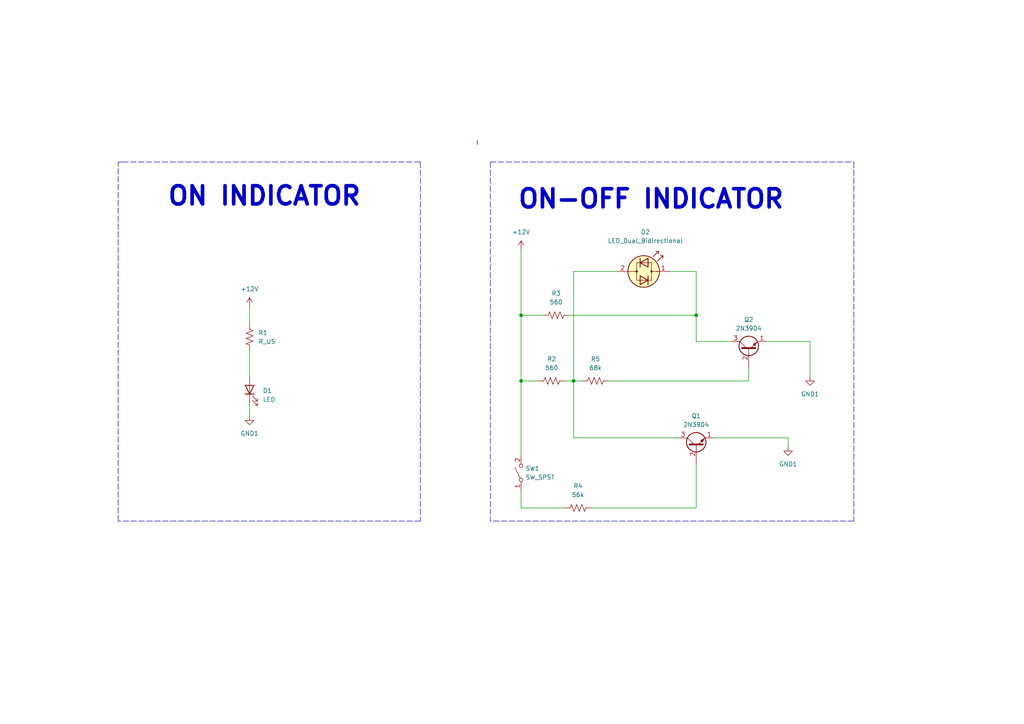
<source format=kicad_sch>
(kicad_sch (version 20211123) (generator eeschema)
  (paper "A4")
  (lib_symbols
    (symbol "Device:LED" (pin_numbers hide) (pin_names (offset 1.016) hide)
      (property "Reference" "D" (at 0 2.54 0))
      (property "Value" "LED" (at 0 -2.54 0))
      (symbol "LED_0_1"
        (polyline (pts (xy -1.27 -1.27) (xy -1.27 1.27)) (stroke (width 0.254)))
        (polyline (pts (xy -1.27 0) (xy 1.27 0)))
        (polyline (pts (xy 1.27 -1.27) (xy 1.27 1.27) (xy -1.27 0) (xy 1.27 -1.27)) (stroke (width 0.254)))
        (polyline (pts (xy -3.048 -0.762) (xy -4.572 -2.286) (xy -3.81 -2.286) (xy -4.572 -2.286) (xy -4.572 -1.524)))
        (polyline (pts (xy -1.778 -0.762) (xy -3.302 -2.286) (xy -2.54 -2.286) (xy -3.302 -2.286) (xy -3.302 -1.524)))
      )
      (symbol "LED_1_1"
        (pin passive line (at -3.81 0 0) (length 2.54) (name "K") (number "1"))
        (pin passive line (at 3.81 0 180) (length 2.54) (name "A") (number "2"))
      )
    )
    (symbol "Device:LED_Dual_Bidirectional" (pin_names (offset 0) hide)
      (property "Reference" "D" (at 0 5.715 0))
      (property "Value" "LED_Dual_Bidirectional" (at 0 -6.35 0))
      (symbol "LED_Dual_Bidirectional_0_1"
        (circle (center -2.032 0) (radius 0.254) (fill (type outline)))
        (polyline (pts (xy -4.572 0) (xy -2.54 0)))
        (polyline (pts (xy -2.032 0) (xy -2.54 0)))
        (polyline (pts (xy -1.016 3.81) (xy -1.016 1.27)) (stroke (width 0.254)))
        (polyline (pts (xy 1.27 -1.27) (xy 1.27 -3.81)) (stroke (width 0.254)))
        (polyline (pts (xy 4.064 0) (xy 2.286 0)) (fill (type outline)))
        (polyline (pts (xy 4.318 5.842) (xy 4.318 5.08)) (stroke (width 0.2032)))
        (polyline (pts (xy 5.588 4.572) (xy 5.588 3.81)) (stroke (width 0.2032)))
        (polyline (pts (xy 2.794 4.318) (xy 4.318 5.842) (xy 3.556 5.842)) (stroke (width 0.2032)))
        (polyline (pts (xy 4.064 3.048) (xy 5.588 4.572) (xy 4.826 4.572)) (stroke (width 0.2032)))
        (polyline (pts (xy -1.016 -1.27) (xy -1.016 -3.81) (xy 1.27 -2.54) (xy -1.016 -1.27)) (stroke (width 0.254)))
        (polyline (pts (xy 1.27 3.81) (xy 1.27 1.27) (xy -1.016 2.54) (xy 1.27 3.81)) (stroke (width 0.254)))
        (polyline (pts (xy 2.286 2.54) (xy -2.032 2.54) (xy -2.032 -2.54) (xy 2.286 -2.54) (xy 2.286 2.54)))
        (circle (center 0 0) (radius 4.572) (stroke (width 0.254)) (fill (type background)))
        (circle (center 2.286 0) (radius 0.254) (fill (type outline)))
      )
      (symbol "LED_Dual_Bidirectional_1_1"
        (pin input line (at 7.62 0 180) (length 3.81) (name "KA") (number "1"))
        (pin input line (at -7.62 0 0) (length 3.048) (name "AK") (number "2"))
      )
    )
    (symbol "Device:R_US" (pin_numbers hide) (pin_names (offset 0))
      (property "Reference" "R" (at 2.54 0 90))
      (property "Value" "R_US" (at -2.54 0 90))
      (symbol "R_US_0_1"
        (polyline (pts (xy 0 -2.286) (xy 0 -2.54)))
        (polyline (pts (xy 0 2.286) (xy 0 2.54)))
        (polyline (pts (xy 0 -0.762) (xy 1.016 -1.143) (xy 0 -1.524) (xy -1.016 -1.905) (xy 0 -2.286)))
        (polyline (pts (xy 0 0.762) (xy 1.016 0.381) (xy 0 0) (xy -1.016 -0.381) (xy 0 -0.762)))
        (polyline (pts (xy 0 2.286) (xy 1.016 1.905) (xy 0 1.524) (xy -1.016 1.143) (xy 0 0.762)))
      )
      (symbol "R_US_1_1"
        (pin passive line (at 0 3.81 270) (length 1.27) (name "~") (number "1"))
        (pin passive line (at 0 -3.81 90) (length 1.27) (name "~") (number "2"))
      )
    )
    (symbol "Switch:SW_SPST" (pin_names (offset 0) hide)
      (property "Reference" "SW" (at 0 3.175 0))
      (property "Value" "SW_SPST" (at 0 -2.54 0))
      (symbol "SW_SPST_0_0"
        (circle (center -2.032 0) (radius 0.508))
        (polyline (pts (xy -1.524 0.254) (xy 1.524 1.778)))
        (circle (center 2.032 0) (radius 0.508))
      )
      (symbol "SW_SPST_1_1"
        (pin passive line (at -5.08 0 0) (length 2.54) (name "A") (number "1"))
        (pin passive line (at 5.08 0 180) (length 2.54) (name "B") (number "2"))
      )
    )
    (symbol "Transistor_BJT:2N3904" (pin_names (offset 0) hide)
      (property "Reference" "Q" (at 5.08 1.905 0))
      (property "Value" "2N3904" (at 5.08 0 0))
      (symbol "2N3904_0_1"
        (polyline (pts (xy 0.635 0.635) (xy 2.54 2.54)))
        (polyline (pts (xy 0.635 -0.635) (xy 2.54 -2.54) (xy 2.54 -2.54)))
        (polyline (pts (xy 0.635 1.905) (xy 0.635 -1.905) (xy 0.635 -1.905)) (stroke (width 0.508)))
        (polyline (pts (xy 1.27 -1.778) (xy 1.778 -1.27) (xy 2.286 -2.286) (xy 1.27 -1.778) (xy 1.27 -1.778)) (fill (type outline)))
        (circle (center 1.27 0) (radius 2.8194) (stroke (width 0.254)))
      )
      (symbol "2N3904_1_1"
        (pin passive line (at 2.54 -5.08 90) (length 2.54) (name "E") (number "1"))
        (pin passive line (at -5.08 0 0) (length 5.715) (name "B") (number "2"))
        (pin passive line (at 2.54 5.08 270) (length 2.54) (name "C") (number "3"))
      )
    )
    (symbol "power:+12V" (power) (pin_names (offset 0))
      (property "Value" "+12V" (at 0 3.556 0))
      (symbol "+12V_0_1"
        (polyline (pts (xy -0.762 1.27) (xy 0 2.54)))
        (polyline (pts (xy 0 0) (xy 0 2.54)))
        (polyline (pts (xy 0 2.54) (xy 0.762 1.27)))
      )
      (symbol "+12V_1_1"
        (pin power_in line (at 0 0 90) (length 0) hide (name "+12V") (number "1"))
      )
    )
    (symbol "power:GND1" (power) (pin_names (offset 0))
      (property "Value" "GND1" (at 0 -3.81 0))
      (symbol "GND1_0_1"
        (polyline (pts (xy 0 0) (xy 0 -1.27) (xy 1.27 -1.27) (xy 0 -2.54) (xy -1.27 -1.27) (xy 0 -1.27)))
      )
      (symbol "GND1_1_1"
        (pin power_in line (at 0 0 270) (length 0) hide (name "GND1") (number "1"))
      )
    )
  )
  (junction (at 151.13 110.49))
  (junction (at 166.37 110.49))
  (junction (at 151.13 91.44))
  (junction (at 201.93 91.44))
  (wire (pts (xy 212.09 99.06) (xy 201.93 99.06)))
  (wire (pts (xy 171.45 147.32) (xy 201.93 147.32)))
  (wire (pts (xy 201.93 78.74) (xy 194.31 78.74)))
  (wire (pts (xy 201.93 99.06) (xy 201.93 91.44)))
  (polyline (pts (xy 35.56 46.99) (xy 121.92 46.99)))
  (wire (pts (xy 207.01 127) (xy 228.6 127)))
  (wire (pts (xy 179.07 78.74) (xy 166.37 78.74)))
  (wire (pts (xy 151.13 110.49) (xy 156.21 110.49)))
  (wire (pts (xy 166.37 110.49) (xy 168.91 110.49)))
  (polyline (pts (xy 142.24 46.99) (xy 247.65 46.99)))
  (wire (pts (xy 72.39 88.9) (xy 72.39 93.98)))
  (wire (pts (xy 234.95 99.06) (xy 234.95 109.22)))
  (polyline (pts (xy 247.65 151.13) (xy 142.24 151.13)))
  (wire (pts (xy 151.13 132.08) (xy 151.13 110.49)))
  (wire (pts (xy 201.93 91.44) (xy 201.93 78.74)))
  (polyline (pts (xy 121.92 46.99) (xy 121.92 151.13)))
  (wire (pts (xy 151.13 72.39) (xy 151.13 91.44)))
  (wire (pts (xy 72.39 116.84) (xy 72.39 120.65)))
  (polyline (pts (xy 34.29 151.13) (xy 34.29 46.99)))
  (wire (pts (xy 176.53 110.49) (xy 217.17 110.49)))
  (wire (pts (xy 196.85 127) (xy 166.37 127)))
  (wire (pts (xy 151.13 142.24) (xy 151.13 147.32)))
  (wire (pts (xy 166.37 127) (xy 166.37 110.49)))
  (wire (pts (xy 151.13 91.44) (xy 157.48 91.44)))
  (wire (pts (xy 222.25 99.06) (xy 234.95 99.06)))
  (polyline (pts (xy 247.65 46.99) (xy 247.65 151.13)))
  (wire (pts (xy 217.17 110.49) (xy 217.17 106.68)))
  (wire (pts (xy 151.13 91.44) (xy 151.13 110.49)))
  (polyline (pts (xy 142.24 46.99) (xy 142.24 151.13)))
  (wire (pts (xy 166.37 78.74) (xy 166.37 110.49)))
  (wire (pts (xy 72.39 101.6) (xy 72.39 109.22)))
  (polyline (pts (xy 138.43 40.64) (xy 138.43 41.91)))
  (wire (pts (xy 165.1 91.44) (xy 201.93 91.44)))
  (wire (pts (xy 151.13 147.32) (xy 163.83 147.32)))
  (polyline (pts (xy 121.92 151.13) (xy 34.29 151.13)))
  (wire (pts (xy 201.93 147.32) (xy 201.93 134.62)))
  (wire (pts (xy 228.6 127) (xy 228.6 129.54)))
  (wire (pts (xy 163.83 110.49) (xy 166.37 110.49)))
  (polyline (pts (xy 34.29 46.99) (xy 35.56 46.99)))
  (text "ON INDICATOR\n\n" (at 48.26 68.58 0) (effects (font (size 5.27 5.27) (thickness 1.054) bold) (justify left bottom)))
  (text "ON-OFF INDICATOR\n" (at 149.86 60.96 0) (effects (font (size 5.27 5.27) (thickness 1.054) bold) (justify left bottom)))
  (symbol (lib_id "Transistor_BJT:2N3904") (at 201.93 129.54 90) (unit 1)
    (property "Reference" "Q1" (at 201.93 120.65 90))
    (property "Value" "2N3904" (at 201.93 123.19 90))
    (property "Footprint" "Package_TO_SOT_THT:TO-92_Inline" (effects hide))
    (property "Datasheet" "https://www.onsemi.com/pub/Collateral/2N3903-D.PDF" (effects hide))
  )
  (symbol (lib_id "Transistor_BJT:2N3904") (at 217.17 101.6 90) (unit 1)
    (property "Reference" "Q2" (at 217.17 92.71 90))
    (property "Value" "2N3904" (at 217.17 95.25 90))
    (property "Footprint" "Package_TO_SOT_THT:TO-92_Inline" (effects hide))
    (property "Datasheet" "https://www.onsemi.com/pub/Collateral/2N3903-D.PDF" (effects hide))
  )
  (symbol (lib_id "Device:LED") (at 72.39 113.03 90) (unit 1)
    (property "Reference" "D1" (at 76.2 113.3474 90) (effects (justify right)))
    (property "Value" "LED" (at 76.2 115.8874 90) (effects (justify right)))
  )
  (symbol (lib_id "power:GND1") (at 228.6 129.54 0) (unit 1)
    (property "Reference" "#PWR04" (effects hide))
    (property "Value" "GND1" (at 228.6 134.62 0))
  )
  (symbol (lib_id "Device:R_US") (at 161.29 91.44 90) (unit 1)
    (property "Reference" "R3" (at 161.29 85.09 90))
    (property "Value" "560" (at 161.29 87.63 90))
  )
  (symbol (lib_id "Device:R_US") (at 172.72 110.49 90) (unit 1)
    (property "Reference" "R5" (at 172.72 104.14 90))
    (property "Value" "68k" (at 172.72 106.68 90))
  )
  (symbol (lib_id "power:+12V") (at 72.39 88.9 0) (unit 1)
    (property "Reference" "#PWR01" (effects hide))
    (property "Value" "+12V" (at 72.39 83.82 0))
  )
  (symbol (lib_id "Switch:SW_SPST") (at 151.13 137.16 90) (unit 1)
    (property "Reference" "SW1" (at 152.4 135.8899 90) (effects (justify right)))
    (property "Value" "SW_SPST" (at 152.4 138.4299 90) (effects (justify right)))
  )
  (symbol (lib_id "Device:R_US") (at 160.02 110.49 90) (unit 1)
    (property "Reference" "R2" (at 160.02 104.14 90))
    (property "Value" "560" (at 160.02 106.68 90))
  )
  (symbol (lib_id "power:GND1") (at 72.39 120.65 0) (unit 1)
    (property "Reference" "#PWR02" (effects hide))
    (property "Value" "GND1" (at 72.39 125.73 0))
  )
  (symbol (lib_id "Device:R_US") (at 167.64 147.32 90) (unit 1)
    (property "Reference" "R4" (at 167.64 140.97 90))
    (property "Value" "56k" (at 167.64 143.51 90))
  )
  (symbol (lib_id "Device:R_US") (at 72.39 97.79 0) (unit 1)
    (property "Reference" "R1" (at 74.93 96.5199 0) (effects (justify left)))
    (property "Value" "R_US" (at 74.93 99.0599 0) (effects (justify left)))
  )
  (symbol (lib_id "power:GND1") (at 234.95 109.22 0) (unit 1)
    (property "Reference" "#PWR05" (effects hide))
    (property "Value" "GND1" (at 234.95 114.3 0))
  )
  (symbol (lib_id "power:+12V") (at 151.13 72.39 0) (unit 1)
    (property "Reference" "#PWR03" (effects hide))
    (property "Value" "+12V" (at 151.13 67.31 0))
  )
  (symbol (lib_id "Device:LED_Dual_Bidirectional") (at 186.69 78.74 0) (unit 1)
    (property "Reference" "D2" (at 187.1853 67.31 0))
    (property "Value" "LED_Dual_Bidirectional" (at 187.1853 69.85 0))
  )
)
</source>
